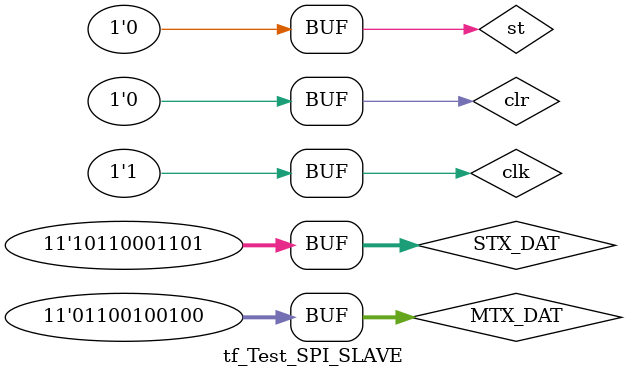
<source format=v>
`timescale 1ns / 1ps


module tf_Test_SPI_SLAVE;

	// Inputs
	reg clk;
	reg clr;
	reg st;
	reg [10:0] MTX_DAT;
	reg [10:0] STX_DAT;

	// Outputs
	wire MOSI;
	wire SCLK;
	wire [7:0] cb_bit;
	wire [10:0] sr_MRX;
	wire [10:0] sr_MTX;
	wire [10:0] MRX_DAT;
	wire LOAD;
	wire end_TX;
	wire ce_tact;
	wire ce;
	wire start;
	wire MISO;
	wire [10:0] sr_SRX;
	wire [10:0] sr_STX;
	wire [10:0] SRX_DAT;

	// Instantiate the Unit Under Test (UUT)
	Test_SPI_SLAVE uut (
		.clr(clr),
		.clk(clk), 
		.MOSI(MOSI), 
		.MISO(MISO), 
		.st(st), 
		.SCLK(SCLK), 
		.MTX_DAT(MTX_DAT), 
		.STX_DAT(STX_DAT), 
		.cb_bit(cb_bit), 
		.sr_MRX(sr_MRX), 
		.sr_MTX(sr_MTX), 
		.MRX_DAT(MRX_DAT), 
		.LOAD(LOAD), 
		.end_TX(end_TX), 
		.ce_tact(ce_tact), 
		.ce(ce), 
		.start(start), 
		.sr_SRX(sr_SRX), 
		.sr_STX(sr_STX), 
		.SRX_DAT(SRX_DAT)
	);

	parameter my_MTX_DAT = 11'b01100100100;
	parameter my_STX_DAT = 11'b10110001101;
	parameter Tclk=20;
	always begin clk=0; #(Tclk/2); clk=1; #(Tclk/2); end
	
	initial begin
		// Initialize Inputs
		//clk = 0;
		clr = 0;
		st = 0;
		MTX_DAT = my_MTX_DAT;
		STX_DAT = my_STX_DAT;
		

		// Wait 100 ns for global reset to finish
		#20080;
		
		st = 1;
		#20;
		st = 0;
		
		#30000;
		st = 1;
		#20;
		st = 0;
		
		#80000;
		st = 1; clr = 1; #20; st = 0; clr = 0;
		
		
		
		#100000;
		st = 1; clr = 1; #20; st = 0; clr = 0;
	end
      
endmodule


</source>
